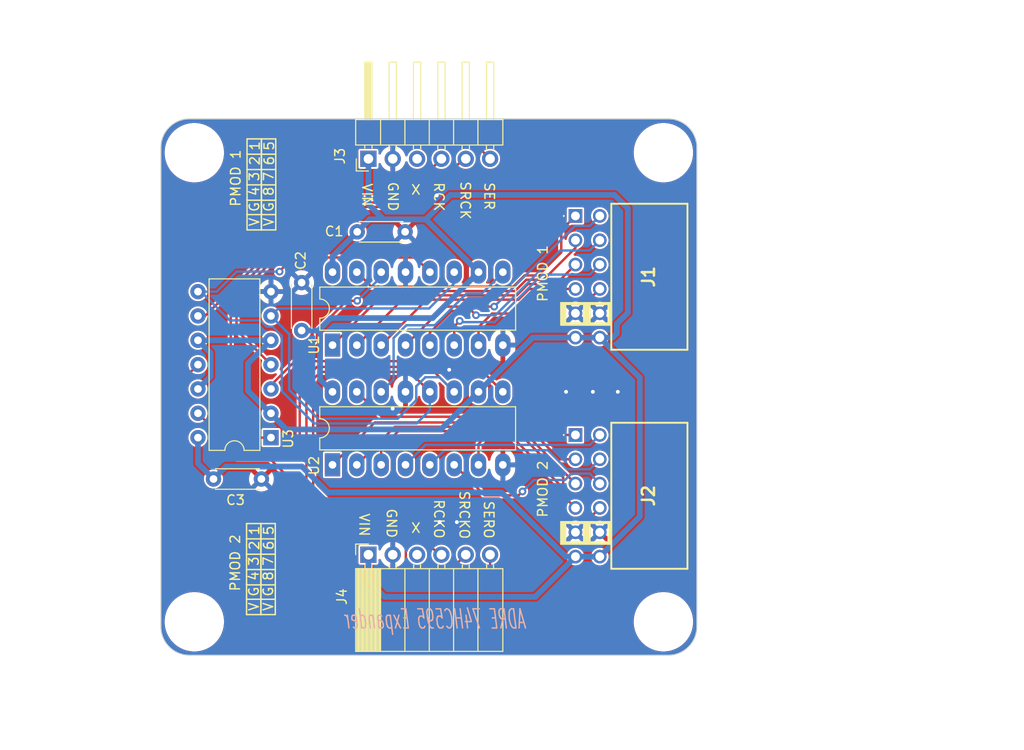
<source format=kicad_pcb>
(kicad_pcb (version 20240108) (generator "pcbnew") (generator_version "8.0")
  (layers (0 "F.Cu" signal) (31 "B.Cu" signal) (34 "B.Paste" user) (35 "F.Paste" user) (36 "B.SilkS" user "B.Silkscreen") (37 "F.SilkS" user "F.Silkscreen") (38 "B.Mask" user) (39 "F.Mask" user) (44 "Edge.Cuts" user))
  (net 0 "")
  (net 1 "/QG")
  (net 2 "/QF")
  (net 3 "/QD")
  (net 4 "/QA")
  (net 5 "/QH")
  (net 6 "/QC")
  (net 7 "/QB")
  (net 8 "VDD")
  (net 9 "/QE")
  (net 10 "GND")
  (net 11 "/QB`")
  (net 12 "/QA`")
  (net 13 "/QH`")
  (net 14 "/QD`")
  (net 15 "/QG`")
  (net 16 "/QF`")
  (net 17 "Net-(U1-QH')")
  (net 18 "/QC`")
  (net 19 "/QE`")
  (net 20 "/SER")
  (net 21 "/SRCLK")
  (net 22 "/RCLK")
  (net 23 "/SERO")
  (net 24 "/SRCLKO")
  (net 25 "/RCLKO")
  (net 26 "Net-(U1-SER)")
  (net 27 "/SER`")
  (footprint "Capacitor_THT:C_Disc_D4.3mm_W1.9mm_P5.00mm" (layer "F.Cu") (at 120.3 61.3)
    (property "Reference" "C1" (at -2.4 -0.05 0) (layer "F.SilkS"))
    (property "Value" "CP")
    (pad "1" thru_hole circle (at 0 0) (size 1.6 1.6) (drill 0.8) (layers "*.Cu" "*.Mask") (net 8 "VDD"))
    (pad "2" thru_hole circle (at 5 0) (size 1.6 1.6) (drill 0.8) (layers "*.Cu" "*.Mask") (net 10 "GND"))
  )
  (footprint "RPi_Hat:RPi_Hat_Mounting_Hole" (layer "F.Cu") (at 103.3 53.04 180)
    (property "Reference" "" (hide yes))
    (property "Value" "" (hide yes))
    (pad "" np_thru_hole circle (at 0 0 180) (size 2.75 2.75) (drill 2.75) (layers "F&B.Cu" "*.Mask") (clearance 1.725))
  )
  (footprint "Package_DIP:DIP-16_W7.62mm_LongPads" (layer "F.Cu") (at 117.725 73.125 90)
    (property "Reference" "U1" (at 0.025 -1.925 90) (layer "F.SilkS"))
    (property "Value" "74HC595" (hide yes))
    (pad "1" thru_hole rect (at 0 0 90) (size 2.4 1.6) (drill 0.8) (layers "*.Cu" "*.Mask") (net 7 "/QB"))
    (pad "2" thru_hole oval (at 0 2.54 90) (size 2.4 1.6) (drill 0.8) (layers "*.Cu" "*.Mask") (net 6 "/QC"))
    (pad "3" thru_hole oval (at 0 5.08 90) (size 2.4 1.6) (drill 0.8) (layers "*.Cu" "*.Mask") (net 3 "/QD"))
    (pad "4" thru_hole oval (at 0 7.62 90) (size 2.4 1.6) (drill 0.8) (layers "*.Cu" "*.Mask") (net 9 "/QE"))
    (pad "5" thru_hole oval (at 0 10.16 90) (size 2.4 1.6) (drill 0.8) (layers "*.Cu" "*.Mask") (net 2 "/QF"))
    (pad "6" thru_hole oval (at 0 12.7 90) (size 2.4 1.6) (drill 0.8) (layers "*.Cu" "*.Mask") (net 1 "/QG"))
    (pad "7" thru_hole oval (at 0 15.24 90) (size 2.4 1.6) (drill 0.8) (layers "*.Cu" "*.Mask") (net 5 "/QH"))
    (pad "8" thru_hole oval (at 0 17.78 90) (size 2.4 1.6) (drill 0.8) (layers "*.Cu" "*.Mask") (net 10 "GND"))
    (pad "9" thru_hole oval (at 7.62 17.78 90) (size 2.4 1.6) (drill 0.8) (layers "*.Cu" "*.Mask") (net 17 "Net-(U1-QH')"))
    (pad "10" thru_hole oval (at 7.62 15.24 90) (size 2.4 1.6) (drill 0.8) (layers "*.Cu" "*.Mask") (net 8 "VDD"))
    (pad "11" thru_hole oval (at 7.62 12.7 90) (size 2.4 1.6) (drill 0.8) (layers "*.Cu" "*.Mask") (net 24 "/SRCLKO"))
    (pad "12" thru_hole oval (at 7.62 10.16 90) (size 2.4 1.6) (drill 0.8) (layers "*.Cu" "*.Mask") (net 25 "/RCLKO"))
    (pad "13" thru_hole oval (at 7.62 7.62 90) (size 2.4 1.6) (drill 0.8) (layers "*.Cu" "*.Mask") (net 10 "GND"))
    (pad "14" thru_hole oval (at 7.62 5.08 90) (size 2.4 1.6) (drill 0.8) (layers "*.Cu" "*.Mask") (net 26 "Net-(U1-SER)"))
    (pad "15" thru_hole oval (at 7.62 2.54 90) (size 2.4 1.6) (drill 0.8) (layers "*.Cu" "*.Mask") (net 4 "/QA"))
    (pad "16" thru_hole oval (at 7.62 0 90) (size 2.4 1.6) (drill 0.8) (layers "*.Cu" "*.Mask") (net 8 "VDD"))
  )
  (footprint "Package_DIP:DIP-14_W7.62mm" (layer "F.Cu") (at 111.3 82.78 180)
    (property "Reference" "U3" (at -1.8 -0.12 90) (layer "F.SilkS"))
    (property "Value" "7408")
    (pad "1" thru_hole rect (at 0 0 180) (size 1.6 1.6) (drill 0.8) (layers "*.Cu" "*.Mask") (net 20 "/SER"))
    (pad "2" thru_hole oval (at 0 2.54 180) (size 1.6 1.6) (drill 0.8) (layers "*.Cu" "*.Mask") (net 8 "VDD"))
    (pad "3" thru_hole oval (at 0 5.08 180) (size 1.6 1.6) (drill 0.8) (layers "*.Cu" "*.Mask") (net 26 "Net-(U1-SER)"))
    (pad "4" thru_hole oval (at 0 7.62 180) (size 1.6 1.6) (drill 0.8) (layers "*.Cu" "*.Mask") (net 21 "/SRCLK"))
    (pad "5" thru_hole oval (at 0 10.16 180) (size 1.6 1.6) (drill 0.8) (layers "*.Cu" "*.Mask") (net 8 "VDD"))
    (pad "6" thru_hole oval (at 0 12.7 180) (size 1.6 1.6) (drill 0.8) (layers "*.Cu" "*.Mask") (net 24 "/SRCLKO"))
    (pad "7" thru_hole oval (at 0 15.24 180) (size 1.6 1.6) (drill 0.8) (layers "*.Cu" "*.Mask") (net 10 "GND"))
    (pad "8" thru_hole oval (at 7.62 15.24 180) (size 1.6 1.6) (drill 0.8) (layers "*.Cu" "*.Mask") (net 25 "/RCLKO"))
    (pad "9" thru_hole oval (at 7.62 12.7 180) (size 1.6 1.6) (drill 0.8) (layers "*.Cu" "*.Mask") (net 22 "/RCLK"))
    (pad "10" thru_hole oval (at 7.62 10.16 180) (size 1.6 1.6) (drill 0.8) (layers "*.Cu" "*.Mask") (net 8 "VDD"))
    (pad "11" thru_hole oval (at 7.62 7.62 180) (size 1.6 1.6) (drill 0.8) (layers "*.Cu" "*.Mask") (net 23 "/SERO"))
    (pad "12" thru_hole oval (at 7.62 5.08 180) (size 1.6 1.6) (drill 0.8) (layers "*.Cu" "*.Mask") (net 8 "VDD"))
    (pad "13" thru_hole oval (at 7.62 2.54 180) (size 1.6 1.6) (drill 0.8) (layers "*.Cu" "*.Mask") (net 27 "/SER`"))
    (pad "14" thru_hole oval (at 7.62 0 180) (size 1.6 1.6) (drill 0.8) (layers "*.Cu" "*.Mask") (net 8 "VDD"))
  )
  (footprint "Connector_PinSocket_2.54mm:PinSocket_1x06_P2.54mm_Horizontal" (layer "F.Cu") (at 121.47 95 90)
    (property "Reference" "J4" (at -4.38 -2.77 90) (layer "F.SilkS"))
    (property "Value" "Conn_01x06_Socket")
    (pad "1" thru_hole rect (at 0 0 90) (size 1.7 1.7) (drill 1) (layers "*.Cu" "*.Mask") (net 8 "VDD"))
    (pad "2" thru_hole oval (at 0 2.54 90) (size 1.7 1.7) (drill 1) (layers "*.Cu" "*.Mask") (net 10 "GND"))
    (pad "3" thru_hole oval (at 0 5.08 90) (size 1.7 1.7) (drill 1) (layers "*.Cu" "*.Mask"))
    (pad "4" thru_hole oval (at 0 7.62 90) (size 1.7 1.7) (drill 1) (layers "*.Cu" "*.Mask") (net 25 "/RCLKO"))
    (pad "5" thru_hole oval (at 0 10.16 90) (size 1.7 1.7) (drill 1) (layers "*.Cu" "*.Mask") (net 24 "/SRCLKO"))
    (pad "6" thru_hole oval (at 0 12.7 90) (size 1.7 1.7) (drill 1) (layers "*.Cu" "*.Mask") (net 23 "/SERO"))
  )
  (footprint "Capacitor_THT:C_Disc_D4.3mm_W1.9mm_P5.00mm" (layer "F.Cu") (at 105.3 87.1)
    (property "Reference" "C3" (at 2.3 2.2 0) (layer "F.SilkS"))
    (property "Value" "CP")
    (pad "1" thru_hole circle (at 0 0) (size 1.6 1.6) (drill 0.8) (layers "*.Cu" "*.Mask") (net 8 "VDD"))
    (pad "2" thru_hole circle (at 5 0) (size 1.6 1.6) (drill 0.8) (layers "*.Cu" "*.Mask") (net 10 "GND"))
  )
  (footprint "RPi_Hat:RPi_Hat_Mounting_Hole" (layer "F.Cu") (at 152.26 53.04 180)
    (property "Reference" "" (hide yes))
    (property "Value" "" (hide yes))
    (pad "" np_thru_hole circle (at 0 0 180) (size 2.75 2.75) (drill 2.75) (layers "F&B.Cu" "*.Mask") (clearance 1.725))
  )
  (footprint "Capacitor_THT:C_Disc_D4.3mm_W1.9mm_P5.00mm" (layer "F.Cu") (at 114.5 71.6 90)
    (property "Reference" "C2" (at 7.3 -0.1 90) (layer "F.SilkS"))
    (property "Value" "CP")
    (pad "1" thru_hole circle (at 0 0 90) (size 1.6 1.6) (drill 0.8) (layers "*.Cu" "*.Mask") (net 8 "VDD"))
    (pad "2" thru_hole circle (at 5 0 90) (size 1.6 1.6) (drill 0.8) (layers "*.Cu" "*.Mask") (net 10 "GND"))
  )
  (footprint "Connector_PinHeader_2.54mm:PinHeader_1x06_P2.54mm_Horizontal" (layer "F.Cu") (at 121.47 53.68 90)
    (property "Reference" "J3" (at 0.28 -2.97 90) (layer "F.SilkS"))
    (property "Value" "Pmod_in")
    (pad "1" thru_hole rect (at 0 0 90) (size 1.7 1.7) (drill 1) (layers "*.Cu" "*.Mask") (net 8 "VDD"))
    (pad "2" thru_hole oval (at 0 2.54 90) (size 1.7 1.7) (drill 1) (layers "*.Cu" "*.Mask") (net 10 "GND"))
    (pad "3" thru_hole oval (at 0 5.08 90) (size 1.7 1.7) (drill 1) (layers "*.Cu" "*.Mask"))
    (pad "4" thru_hole oval (at 0 7.62 90) (size 1.7 1.7) (drill 1) (layers "*.Cu" "*.Mask") (net 22 "/RCLK"))
    (pad "5" thru_hole oval (at 0 10.16 90) (size 1.7 1.7) (drill 1) (layers "*.Cu" "*.Mask") (net 21 "/SRCLK"))
    (pad "6" thru_hole oval (at 0 12.7 90) (size 1.7 1.7) (drill 1) (layers "*.Cu" "*.Mask") (net 20 "/SER"))
  )
  (footprint "RPi_Hat:RPi_Hat_Mounting_Hole" (layer "F.Cu") (at 152.26 102 180)
    (property "Reference" "" (hide yes))
    (property "Value" "" (hide yes))
    (pad "" np_thru_hole circle (at 0 0 180) (size 2.75 2.75) (drill 2.75) (layers "F&B.Cu" "*.Mask") (clearance 1.725))
  )
  (footprint "Connector_PinHeader_2.54mm:pmod-f" (layer "F.Cu") (at 151.58 82.5 -90)
    (property "Reference" "J2" (at 6.35 0.88 90) (layer "F.SilkS") (effects (font (size 1.27 1.27) (thickness 0.254))))
    (property "Value" "10129382-912001BLF" (hide yes))
    (pad "1" thru_hole rect (at 0 8.5 270) (size 1.431 1.431) (drill 0.92) (layers "*.Cu" "*.Mask") (net 12 "/QA`"))
    (pad "2" thru_hole circle (at 2.54 8.5 270) (size 1.431 1.431) (drill 0.92) (layers "*.Cu" "*.Mask") (net 11 "/QB`"))
    (pad "3" thru_hole circle (at 5.08 8.5 270) (size 1.431 1.431) (drill 0.92) (layers "*.Cu" "*.Mask") (net 18 "/QC`"))
    (pad "4" thru_hole circle (at 7.62 8.5 270) (size 1.431 1.431) (drill 0.92) (layers "*.Cu" "*.Mask") (net 14 "/QD`"))
    (pad "5" thru_hole circle (at 10.16 8.5 270) (size 1.431 1.431) (drill 0.92) (layers "*.Cu" "*.Mask") (net 10 "GND"))
    (pad "6" thru_hole circle (at 12.7 8.5 270) (size 1.431 1.431) (drill 0.92) (layers "*.Cu" "*.Mask") (net 8 "VDD"))
    (pad "7" thru_hole circle (at 0 5.96 270) (size 1.431 1.431) (drill 0.92) (layers "*.Cu" "*.Mask") (net 19 "/QE`"))
    (pad "8" thru_hole circle (at 2.54 5.96 270) (size 1.431 1.431) (drill 0.92) (layers "*.Cu" "*.Mask") (net 16 "/QF`"))
    (pad "9" thru_hole circle (at 5.08 5.96 270) (size 1.431 1.431) (drill 0.92) (layers "*.Cu" "*.Mask") (net 15 "/QG`"))
    (pad "10" thru_hole circle (at 7.62 5.96 270) (size 1.431 1.431) (drill 0.92) (layers "*.Cu" "*.Mask") (net 13 "/QH`"))
    (pad "11" thru_hole circle (at 10.16 5.96 270) (size 1.431 1.431) (drill 0.92) (layers "*.Cu" "*.Mask") (net 10 "GND"))
    (pad "12" thru_hole circle (at 12.7 5.96 270) (size 1.431 1.431) (drill 0.92) (layers "*.Cu" "*.Mask") (net 8 "VDD"))
  )
  (footprint "Package_DIP:DIP-16_W7.62mm_LongPads" (layer "F.Cu") (at 117.72 85.62 90)
    (property "Reference" "U2" (at -0.08 -1.92 90) (layer "F.SilkS"))
    (property "Value" "74HC595")
    (pad "1" thru_hole rect (at 0 0 90) (size 2.4 1.6) (drill 0.8) (layers "*.Cu" "*.Mask") (net 11 "/QB`"))
    (pad "2" thru_hole oval (at 0 2.54 90) (size 2.4 1.6) (drill 0.8) (layers "*.Cu" "*.Mask") (net 18 "/QC`"))
    (pad "3" thru_hole oval (at 0 5.08 90) (size 2.4 1.6) (drill 0.8) (layers "*.Cu" "*.Mask") (net 14 "/QD`"))
    (pad "4" thru_hole oval (at 0 7.62 90) (size 2.4 1.6) (drill 0.8) (layers "*.Cu" "*.Mask") (net 19 "/QE`"))
    (pad "5" thru_hole oval (at 0 10.16 90) (size 2.4 1.6) (drill 0.8) (layers "*.Cu" "*.Mask") (net 16 "/QF`"))
    (pad "6" thru_hole oval (at 0 12.7 90) (size 2.4 1.6) (drill 0.8) (layers "*.Cu" "*.Mask") (net 15 "/QG`"))
    (pad "7" thru_hole oval (at 0 15.24 90) (size 2.4 1.6) (drill 0.8) (layers "*.Cu" "*.Mask") (net 13 "/QH`"))
    (pad "8" thru_hole oval (at 0 17.78 90) (size 2.4 1.6) (drill 0.8) (layers "*.Cu" "*.Mask") (net 10 "GND"))
    (pad "9" thru_hole oval (at 7.62 17.78 90) (size 2.4 1.6) (drill 0.8) (layers "*.Cu" "*.Mask") (net 27 "/SER`"))
    (pad "10" thru_hole oval (at 7.62 15.24 90) (size 2.4 1.6) (drill 0.8) (layers "*.Cu" "*.Mask") (net 8 "VDD"))
    (pad "11" thru_hole oval (at 7.62 12.7 90) (size 2.4 1.6) (drill 0.8) (layers "*.Cu" "*.Mask") (net 24 "/SRCLKO"))
    (pad "12" thru_hole oval (at 7.62 10.16 90) (size 2.4 1.6) (drill 0.8) (layers "*.Cu" "*.Mask") (net 25 "/RCLKO"))
    (pad "13" thru_hole oval (at 7.62 7.62 90) (size 2.4 1.6) (drill 0.8) (layers "*.Cu" "*.Mask") (net 10 "GND"))
    (pad "14" thru_hole oval (at 7.62 5.08 90) (size 2.4 1.6) (drill 0.8) (layers "*.Cu" "*.Mask") (net 17 "Net-(U1-QH')"))
    (pad "15" thru_hole oval (at 7.62 2.54 90) (size 2.4 1.6) (drill 0.8) (layers "*.Cu" "*.Mask") (net 12 "/QA`"))
    (pad "16" thru_hole oval (at 7.62 0 90) (size 2.4 1.6) (drill 0.8) (layers "*.Cu" "*.Mask") (net 8 "VDD"))
  )
  (footprint "RPi_Hat:RPi_Hat_Mounting_Hole" (layer "F.Cu") (at 103.3 102 180)
    (property "Reference" "" (hide yes))
    (property "Value" "" (hide yes))
    (pad "" np_thru_hole circle (at 0 0 180) (size 2.75 2.75) (drill 2.75) (layers "F&B.Cu" "*.Mask") (clearance 1.725))
  )
  (footprint "Connector_PinHeader_2.54mm:pmod-f" (layer "F.Cu") (at 151.58 59.64 -90)
    (property "Reference" "J1" (at 6.35 0.88 90) (layer "F.SilkS") (effects (font (size 1.27 1.27) (thickness 0.254))))
    (property "Value" "10129382-912001BLF" (hide yes))
    (pad "1" thru_hole rect (at 0 8.5 270) (size 1.431 1.431) (drill 0.92) (layers "*.Cu" "*.Mask") (net 4 "/QA"))
    (pad "2" thru_hole circle (at 2.54 8.5 270) (size 1.431 1.431) (drill 0.92) (layers "*.Cu" "*.Mask") (net 7 "/QB"))
    (pad "3" thru_hole circle (at 5.08 8.5 270) (size 1.431 1.431) (drill 0.92) (layers "*.Cu" "*.Mask") (net 6 "/QC"))
    (pad "4" thru_hole circle (at 7.62 8.5 270) (size 1.431 1.431) (drill 0.92) (layers "*.Cu" "*.Mask") (net 3 "/QD"))
    (pad "5" thru_hole circle (at 10.16 8.5 270) (size 1.431 1.431) (drill 0.92) (layers "*.Cu" "*.Mask") (net 10 "GND"))
    (pad "6" thru_hole circle (at 12.7 8.5 270) (size 1.431 1.431) (drill 0.92) (layers "*.Cu" "*.Mask") (net 8 "VDD"))
    (pad "7" thru_hole circle (at 0 5.96 270) (size 1.431 1.431) (drill 0.92) (layers "*.Cu" "*.Mask") (net 9 "/QE"))
    (pad "8" thru_hole circle (at 2.54 5.96 270) (size 1.431 1.431) (drill 0.92) (layers "*.Cu" "*.Mask") (net 2 "/QF"))
    (pad "9" thru_hole circle (at 5.08 5.96 270) (size 1.431 1.431) (drill 0.92) (layers "*.Cu" "*.Mask") (net 1 "/QG"))
    (pad "10" thru_hole circle (at 7.62 5.96 270) (size 1.431 1.431) (drill 0.92) (layers "*.Cu" "*.Mask") (net 5 "/QH"))
    (pad "11" thru_hole circle (at 10.16 5.96 270) (size 1.431 1.431) (drill 0.92) (layers "*.Cu" "*.Mask") (net 10 "GND"))
    (pad "12" thru_hole circle (at 12.7 5.96 270) (size 1.431 1.431) (drill 0.92) (layers "*.Cu" "*.Mask") (net 8 "VDD"))
  )
  (gr_line (start 111.75 94.95) (end 111.75 93.35) (stroke (width 0.15)) (layer "F.SilkS"))
  (gr_line (start 111.8 61.1) (end 111.8 59.5) (stroke (width 0.15)) (layer "F.SilkS"))
  (gr_line (start 108.75 92.45) (end 108.75 93.35) (stroke (width 0.15)) (layer "F.SilkS"))
  (gr_line (start 110.3 58.6) (end 110.3 59.5) (stroke (width 0.15)) (layer "F.SilkS"))
  (gr_line (start 108.75 92.45) (end 108.75 91.75) (stroke (width 0.15)) (layer "F.SilkS"))
  (gr_line (start 111.8 53.2) (end 111.8 51.6) (stroke (width 0.15)) (layer "F.SilkS"))
  (gr_line (start 110.3 53.2) (end 111.8 53.2) (stroke (width 0.15)) (layer "F.SilkS"))
  (gr_line (start 110.3 58) (end 110.3 56.4) (stroke (width 0.15)) (layer "F.SilkS"))
  (gr_line (start 110.25 92.45) (end 110.25 93.35) (stroke (width 0.15)) (layer "F.SilkS"))
  (gr_line (start 110.3 56.4) (end 111.8 56.4) (stroke (width 0.15)) (layer "F.SilkS"))
  (gr_line (start 110.25 93.35) (end 110.25 91.75) (stroke (width 0.15)) (layer "F.SilkS"))
  (gr_line (start 108.8 61.1) (end 110.3 61.1) (stroke (width 0.15)) (layer "F.SilkS"))
  (gr_line (start 110.25 94.95) (end 111.75 94.95) (stroke (width 0.15)) (layer "F.SilkS"))
  (gr_line (start 108.75 100.35) (end 108.75 99.65) (stroke (width 0.15)) (layer "F.SilkS"))
  (gr_line (start 110.25 95.65) (end 110.25 94.95) (stroke (width 0.15)) (layer "F.SilkS"))
  (gr_line (start 110.3 59.5) (end 110.3 57.9) (stroke (width 0.15)) (layer "F.SilkS"))
  (gr_line (start 108.8 60.2) (end 108.8 59.5) (stroke (width 0.15)) (layer "F.SilkS"))
  (gr_line (start 110.3 53.2) (end 110.3 51.6) (stroke (width 0.15)) (layer "F.SilkS"))
  (gr_line (start 111.8 59.5) (end 111.8 57.9) (stroke (width 0.15)) (layer "F.SilkS"))
  (gr_line (start 110.3 54.8) (end 110.3 53.2) (stroke (width 0.15)) (layer "F.SilkS"))
  (gr_line (start 108.75 98.75) (end 108.75 98.05) (stroke (width 0.15)) (layer "F.SilkS"))
  (gr_line (start 108.75 97.25) (end 108.75 98.15) (stroke (width 0.15)) (layer "F.SilkS"))
  (gr_line (start 108.8 55.5) (end 108.8 56.4) (stroke (width 0.15)) (layer "F.SilkS"))
  (gr_line (start 110.3 52.3) (end 110.3 53.2) (stroke (width 0.15)) (layer "F.SilkS"))
  (gr_line (start 108.75 101.25) (end 110.25 101.25) (stroke (width 0.15)) (layer "F.SilkS"))
  (gr_line (start 110.25 94.05) (end 110.25 93.35) (stroke (width 0.15)) (layer "F.SilkS"))
  (gr_line (start 108.8 53.2) (end 110.3 53.2) (stroke (width 0.15)) (layer "F.SilkS"))
  (gr_line (start 110.25 98.15) (end 111.75 98.15) (stroke (width 0.15)) (layer "F.SilkS"))
  (gr_line (start 110.3 54.8) (end 111.8 54.8) (stroke (width 0.15)) (layer "F.SilkS"))
  (gr_line (start 111.8 54.8) (end 111.8 53.2) (stroke (width 0.15)) (layer "F.SilkS"))
  (gr_line (start 110.3 60.2) (end 110.3 61.1) (stroke (width 0.15)) (layer "F.SilkS"))
  (gr_line (start 110.3 55.5) (end 110.3 54.8) (stroke (width 0.15)) (layer "F.SilkS"))
  (gr_line (start 110.25 101.25) (end 111.75 101.25) (stroke (width 0.15)) (layer "F.SilkS"))
  (gr_line (start 110.3 55.5) (end 110.3 56.4) (stroke (width 0.15)) (layer "F.SilkS"))
  (gr_line (start 110.25 100.35) (end 110.25 99.65) (stroke (width 0.15)) (layer "F.SilkS"))
  (gr_line (start 108.75 97.25) (end 108.75 96.55) (stroke (width 0.15)) (layer "F.SilkS"))
  (gr_line (start 110.25 96.55) (end 110.25 94.95) (stroke (width 0.15)) (layer "F.SilkS"))
  (gr_line (start 110.25 98.75) (end 110.25 99.65) (stroke (width 0.15)) (layer "F.SilkS"))
  (gr_line (start 108.75 95.65) (end 108.75 96.55) (stroke (width 0.15)) (layer "F.SilkS"))
  (gr_line (start 110.3 57.1) (end 110.3 58) (stroke (width 0.15)) (layer "F.SilkS"))
  (gr_line (start 108.75 95.65) (end 108.75 94.95) (stroke (width 0.15)) (layer "F.SilkS"))
  (gr_line (start 108.8 57.1) (end 108.8 58) (stroke (width 0.15)) (layer "F.SilkS"))
  (gr_line (start 108.75 94.05) (end 108.75 94.95) (stroke (width 0.15)) (layer "F.SilkS"))
  (gr_line (start 108.8 58.6) (end 108.8 57.9) (stroke (width 0.15)) (layer "F.SilkS"))
  (gr_line (start 110.25 99.65) (end 110.25 98.05) (stroke (width 0.15)) (layer "F.SilkS"))
  (gr_line (start 110.25 95.65) (end 110.25 96.55) (stroke (width 0.15)) (layer "F.SilkS"))
  (gr_line (start 108.8 52.3) (end 108.8 53.2) (stroke (width 0.15)) (layer "F.SilkS"))
  (gr_line (start 108.75 93.35) (end 110.25 93.35) (stroke (width 0.15)) (layer "F.SilkS"))
  (gr_line (start 110.3 61.1) (end 111.8 61.1) (stroke (width 0.15)) (layer "F.SilkS"))
  (gr_line (start 110.25 98.15) (end 110.25 96.55) (stroke (width 0.15)) (layer "F.SilkS"))
  (gr_line (start 110.3 61.1) (end 110.3 59.5) (stroke (width 0.15)) (layer "F.SilkS"))
  (gr_line (start 110.3 53.9) (end 110.3 53.2) (stroke (width 0.15)) (layer "F.SilkS"))
  (gr_line (start 111.75 96.55) (end 111.75 94.95) (stroke (width 0.15)) (layer "F.SilkS"))
  (gr_line (start 110.25 96.55) (end 111.75 96.55) (stroke (width 0.15)) (layer "F.SilkS"))
  (gr_line (start 108.75 91.75) (end 110.25 91.75) (stroke (width 0.15)) (layer "F.SilkS"))
  (gr_line (start 111.75 98.15) (end 111.75 96.55) (stroke (width 0.15)) (layer "F.SilkS"))
  (gr_line (start 108.75 94.05) (end 108.75 93.35) (stroke (width 0.15)) (layer "F.SilkS"))
  (gr_line (start 111.75 93.35) (end 111.75 91.75) (stroke (width 0.15)) (layer "F.SilkS"))
  (gr_line (start 108.8 57.1) (end 108.8 56.4) (stroke (width 0.15)) (layer "F.SilkS"))
  (gr_line (start 108.8 53.9) (end 108.8 54.8) (stroke (width 0.15)) (layer "F.SilkS"))
  (gr_line (start 110.25 94.05) (end 110.25 94.95) (stroke (width 0.15)) (layer "F.SilkS"))
  (gr_line (start 110.25 101.25) (end 110.25 99.65) (stroke (width 0.15)) (layer "F.SilkS"))
  (gr_line (start 108.8 54.8) (end 110.3 54.8) (stroke (width 0.15)) (layer "F.SilkS"))
  (gr_line (start 111.75 101.25) (end 111.75 99.65) (stroke (width 0.15)) (layer "F.SilkS"))
  (gr_line (start 110.3 57.1) (end 110.3 56.4) (stroke (width 0.15)) (layer "F.SilkS"))
  (gr_line (start 111.8 58) (end 111.8 56.4) (stroke (width 0.15)) (layer "F.SilkS"))
  (gr_line (start 108.75 99.65) (end 110.25 99.65) (stroke (width 0.15)) (layer "F.SilkS"))
  (gr_line (start 108.8 52.3) (end 108.8 51.6) (stroke (width 0.15)) (layer "F.SilkS"))
  (gr_line (start 108.75 98.15) (end 110.25 98.15) (stroke (width 0.15)) (layer "F.SilkS"))
  (gr_line (start 110.25 94.95) (end 110.25 93.35) (stroke (width 0.15)) (layer "F.SilkS"))
  (gr_line (start 110.3 59.5) (end 111.8 59.5) (stroke (width 0.15)) (layer "F.SilkS"))
  (gr_line (start 110.25 97.25) (end 110.25 98.15) (stroke (width 0.15)) (layer "F.SilkS"))
  (gr_line (start 108.75 100.35) (end 108.75 101.25) (stroke (width 0.15)) (layer "F.SilkS"))
  (gr_line (start 108.75 94.95) (end 110.25 94.95) (stroke (width 0.15)) (layer "F.SilkS"))
  (gr_line (start 110.25 93.35) (end 111.75 93.35) (stroke (width 0.15)) (layer "F.SilkS"))
  (gr_line (start 108.8 58) (end 110.3 58) (stroke (width 0.15)) (layer "F.SilkS"))
  (gr_line (start 108.8 60.2) (end 108.8 61.1) (stroke (width 0.15)) (layer "F.SilkS"))
  (gr_line (start 110.3 58) (end 111.8 58) (stroke (width 0.15)) (layer "F.SilkS"))
  (gr_line (start 110.3 58.6) (end 110.3 57.9) (stroke (width 0.15)) (layer "F.SilkS"))
  (gr_line (start 110.3 56.4) (end 110.3 54.8) (stroke (width 0.15)) (layer "F.SilkS"))
  (gr_line (start 110.3 51.6) (end 111.8 51.6) (stroke (width 0.15)) (layer "F.SilkS"))
  (gr_line (start 110.25 97.25) (end 110.25 96.55) (stroke (width 0.15)) (layer "F.SilkS"))
  (gr_line (start 108.75 98.75) (end 108.75 99.65) (stroke (width 0.15)) (layer "F.SilkS"))
  (gr_line (start 108.75 96.55) (end 110.25 96.55) (stroke (width 0.15)) (layer "F.SilkS"))
  (gr_line (start 110.25 92.45) (end 110.25 91.75) (stroke (width 0.15)) (layer "F.SilkS"))
  (gr_line (start 108.8 55.5) (end 108.8 54.8) (stroke (width 0.15)) (layer "F.SilkS"))
  (gr_line (start 108.8 51.6) (end 110.3 51.6) (stroke (width 0.15)) (layer "F.SilkS"))
  (gr_line (start 108.8 59.5) (end 110.3 59.5) (stroke (width 0.15)) (layer "F.SilkS"))
  (gr_line (start 110.25 99.65) (end 111.75 99.65) (stroke (width 0.15)) (layer "F.SilkS"))
  (gr_line (start 110.25 91.75) (end 111.75 91.75) (stroke (width 0.15)) (layer "F.SilkS"))
  (gr_line (start 108.8 56.4) (end 110.3 56.4) (stroke (width 0.15)) (layer "F.SilkS"))
  (gr_line (start 110.3 53.9) (end 110.3 54.8) (stroke (width 0.15)) (layer "F.SilkS"))
  (gr_line (start 110.25 98.75) (end 110.25 98.05) (stroke (width 0.15)) (layer "F.SilkS"))
  (gr_line (start 108.8 58.6) (end 108.8 59.5) (stroke (width 0.15)) (layer "F.SilkS"))
  (gr_line (start 110.3 52.3) (end 110.3 51.6) (stroke (width 0.15)) (layer "F.SilkS"))
  (gr_line (start 108.8 53.9) (end 108.8 53.2) (stroke (width 0.15)) (layer "F.SilkS"))
  (gr_line (start 111.8 56.4) (end 111.8 54.8) (stroke (width 0.15)) (layer "F.SilkS"))
  (gr_line (start 111.75 99.65) (end 111.75 98.05) (stroke (width 0.15)) (layer "F.SilkS"))
  (gr_line (start 110.3 60.2) (end 110.3 59.5) (stroke (width 0.15)) (layer "F.SilkS"))
  (gr_line (start 110.25 100.35) (end 110.25 101.25) (stroke (width 0.15)) (layer "F.SilkS"))
  (gr_arc (start 102.8 105.5) (mid 100.67868 104.62132) (end 99.8 102.5) (stroke (width 0.1)) (layer "Edge.Cuts"))
  (gr_arc (start 155.76 102.5) (mid 154.88132 104.62132) (end 152.76 105.5) (stroke (width 0.1)) (layer "Edge.Cuts"))
  (gr_line (start 99.8 52.5) (end 99.8 86.5) (stroke (width 0.1)) (layer "Edge.Cuts"))
  (gr_arc (start 152.76 49.5) (mid 154.88132 50.37868) (end 155.76 52.5) (stroke (width 0.1)) (layer "Edge.Cuts"))
  (gr_line (start 102.8 105.5) (end 152.76 105.5) (stroke (width 0.1)) (layer "Edge.Cuts"))
  (gr_line (start 152.76 49.5) (end 102.8 49.5) (stroke (width 0.1)) (layer "Edge.Cuts"))
  (gr_line (start 99.8 86.5) (end 99.8 102.5) (stroke (width 0.1)) (layer "Edge.Cuts"))
  (gr_arc (start 99.8 52.5) (mid 100.67868 50.37868) (end 102.8 49.5) (stroke (width 0.1)) (layer "Edge.Cuts"))
  (gr_line (start 155.76 102.5) (end 155.76 52.5) (stroke (width 0.1)) (layer "Edge.Cuts"))
  (gr_text "ADRE 74HC595 Expander" (at 138.05 102.9 0) (layer "B.SilkS") (effects (font (size 2 1) (thickness 0.15) (italic yes)) (justify left bottom mirror)))
  (gr_text "VIN" (at 120.75 56.15 -90) (layer "F.SilkS") (effects (font (size 1 1)) (justify left bottom)))
  (gr_text "SRCKO" (at 130.9 88.25 270) (layer "F.SilkS") (effects (font (size 1 1)) (justify left bottom)))
  (gr_text "3" (at 110.1 96.25 90) (layer "F.SilkS") (effects (font (size 1 1)) (justify left bottom)))
  (gr_text "4" (at 110.15 57.65 90) (layer "F.SilkS") (effects (font (size 1 1)) (justify left bottom)))
  (gr_text "V" (at 111.6 100.95 90) (layer "F.SilkS") (effects (font (size 1 1)) (justify left bottom)))
  (gr_text "SER" (at 133.5 56.05 -90) (layer "F.SilkS") (effects (font (size 1 1)) (justify left bottom)))
  (gr_text "8" (at 111.6 97.8 90) (layer "F.SilkS") (effects (font (size 1 1)) (justify left bottom)))
  (gr_text "VIN" (at 120.45 90.6 -90) (layer "F.SilkS") (effects (font (size 1 1)) (justify left bottom)))
  (gr_text "V" (at 110.1 100.95 90) (layer "F.SilkS") (effects (font (size 1 1)) (justify left bottom)))
  (gr_text "PMOD 2" (at 140.25 91.2 90) (layer "F.SilkS") (effects (font (size 1 1)) (justify left bottom)))
  (gr_text "G" (at 111.6 99.45 90) (layer "F.SilkS") (effects (font (size 1 1)) (justify left bottom)))
  (gr_text "8" (at 111.65 57.65 90) (layer "F.SilkS") (effects (font (size 1 1)) (justify left bottom)))
  (gr_text "6" (at 111.65 94.6 90) (layer "F.SilkS") (effects (font (size 1 1)) (justify left bottom)))
  (gr_text "4" (at 110.1 97.8 90) (layer "F.SilkS") (effects (font (size 1 1)) (justify left bottom)))
  (gr_text "3" (at 110.15 56.1 90) (layer "F.SilkS") (effects (font (size 1 1)) (justify left bottom)))
  (gr_text "X" (at 125.85 92.8 0) (layer "F.SilkS") (effects (font (size 1 1)) (justify left bottom)))
  (gr_text "V" (at 111.65 60.8 90) (layer "F.SilkS") (effects (font (size 1 1)) (justify left bottom)))
  (gr_text "2" (at 110.2 54.45 90) (layer "F.SilkS") (effects (font (size 1 1)) (justify left bottom)))
  (gr_text "PMOD 2" (at 108.15 98.9 90) (layer "F.SilkS") (effects (font (size 1 1)) (justify left bottom)))
  (gr_text "X" (at 125.85 57.5 0) (layer "F.SilkS") (effects (font (size 1 1)) (justify left bottom)))
  (gr_text "2" (at 110.15 94.6 90) (layer "F.SilkS") (effects (font (size 1 1)) (justify left bottom)))
  (gr_text "G" (at 111.65 59.3 90) (layer "F.SilkS") (effects (font (size 1 1)) (justify left bottom)))
  (gr_text "SERO" (at 133.45 89.3 270) (layer "F.SilkS") (effects (font (size 1 1)) (justify left bottom)))
  (gr_text "RCKO" (at 128.25 89.15 270) (layer "F.SilkS") (effects (font (size 1 1)) (justify left bottom)))
  (gr_text "1" (at 110.15 93.05 90) (layer "F.SilkS") (effects (font (size 1 1)) (justify left bottom)))
  (gr_text "7" (at 111.6 96.25 90) (layer "F.SilkS") (effects (font (size 1 1)) (justify left bottom)))
  (gr_text "SRCK" (at 131 55.95 270) (layer "F.SilkS") (effects (font (size 1 1)) (justify left bottom)))
  (gr_text "7" (at 111.65 56.1 90) (layer "F.SilkS") (effects (font (size 1 1)) (justify left bottom)))
  (gr_text "GND" (at 123.3 90.1 -90) (layer "F.SilkS") (effects (font (size 1 1)) (justify left bottom)))
  (gr_text "6" (at 111.7 54.45 90) (layer "F.SilkS") (effects (font (size 1 1)) (justify left bottom)))
  (gr_text "RCK" (at 128.25 56.05 270) (layer "F.SilkS") (effects (font (size 1 1)) (justify left bottom)))
  (gr_text "5" (at 111.7 52.9 90) (layer "F.SilkS") (effects (font (size 1 1)) (justify left bottom)))
  (gr_text "5" (at 111.65 93.05 90) (layer "F.SilkS") (effects (font (size 1 1)) (justify left bottom)))
  (gr_text "GND" (at 123.45 56 -90) (layer "F.SilkS") (effects (font (size 1 1)) (justify left bottom)))
  (gr_text "1" (at 110.2 52.9 90) (layer "F.SilkS") (effects (font (size 1 1)) (justify left bottom)))
  (gr_text "G" (at 110.15 59.3 90) (layer "F.SilkS") (effects (font (size 1 1)) (justify left bottom)))
  (gr_text "V" (at 110.15 60.8 90) (layer "F.SilkS") (effects (font (size 1 1)) (justify left bottom)))
  (gr_text "PMOD 1" (at 140.25 68.7 90) (layer "F.SilkS") (effects (font (size 1 1)) (justify left bottom)))
  (gr_text "G" (at 110.1 99.45 90) (layer "F.SilkS") (effects (font (size 1 1)) (justify left bottom)))
  (gr_text "PMOD 1" (at 108.2 58.75 90) (layer "F.SilkS") (effects (font (size 1 1)) (justify left bottom)))
  (segment (start 130.425 73.125) (end 130.425 71.175) (width 0.25) (layer "F.Cu") (net 1))
  (segment (start 130.425 71.175) (end 131 70.6) (width 0.25) (layer "F.Cu") (net 1))
  (via (at 131 70.6) (size 0.8) (drill 0.4) (layers "F.Cu" "B.Cu") (net 1))
  (segment (start 131 70.6) (end 131.125 70.725) (width 0.25) (layer "B.Cu") (net 1))
  (segment (start 134.641701 70.725) (end 139.606201 65.7605) (width 0.25) (layer "B.Cu") (net 1))
  (segment (start 131.125 70.725) (end 134.641701 70.725) (width 0.25) (layer "B.Cu") (net 1))
  (segment (start 139.606201 65.7605) (end 144.5795 65.7605) (width 0.25) (layer "B.Cu") (net 1))
  (segment (start 144.5795 65.7605) (end 145.62 64.72) (width 0.25) (layer "B.Cu") (net 1))
  (segment (start 127.885 71.815) (end 130.145 69.555) (width 0.25) (layer "F.Cu") (net 2))
  (segment (start 127.885 73.125) (end 127.885 71.815) (width 0.25) (layer "F.Cu") (net 2))
  (segment (start 130.145 69.555) (end 132.255 69.555) (width 0.25) (layer "F.Cu") (net 2))
  (segment (start 132.255 69.555) (end 132.7 70) (width 0.25) (layer "F.Cu") (net 2))
  (via (at 132.7 70) (size 0.8) (drill 0.4) (layers "F.Cu" "B.Cu") (net 2))
  (segment (start 134.730305 70) (end 141.480305 63.25) (width 0.25) (layer "B.Cu") (net 2))
  (segment (start 132.7 70) (end 134.730305 70) (width 0.25) (layer "B.Cu") (net 2))
  (segment (start 141.480305 63.25) (end 144.55 63.25) (width 0.25) (layer "B.Cu") (net 2))
  (segment (start 144.55 63.25) (end 145.62 62.18) (width 0.25) (layer "B.Cu") (net 2))
  (segment (start 137.140923 68.38) (end 138.260923 67.26) (width 0.25) (layer "F.Cu") (net 3))
  (segment (start 122.805 73.125) (end 127.55 68.38) (width 0.25) (layer "F.Cu") (net 3))
  (segment (start 127.55 68.38) (end 137.140923 68.38) (width 0.25) (layer "F.Cu") (net 3))
  (segment (start 143.08 67.26) (end 143.08 66.73) (width 0.25) (layer "F.Cu") (net 3))
  (segment (start 138.260923 67.26) (end 143.08 67.26) (width 0.25) (layer "F.Cu") (net 3))
  (segment (start 141.6 61.12) (end 143.08 59.64) (width 0.25) (layer "F.Cu") (net 4))
  (segment (start 139.2 65.85) (end 141.6 63.45) (width 0.25) (layer "F.Cu") (net 4))
  (segment (start 141.6 63.45) (end 141.6 61.12) (width 0.25) (layer "F.Cu") (net 4))
  (segment (start 120.265 65.505) (end 121.79 67.03) (width 0.25) (layer "F.Cu") (net 4))
  (segment (start 121.79 67.03) (end 136.581735 67.03) (width 0.25) (layer "F.Cu") (net 4))
  (segment (start 137.761735 65.85) (end 139.2 65.85) (width 0.25) (layer "F.Cu") (net 4))
  (segment (start 136.581735 67.03) (end 137.761735 65.85) (width 0.25) (layer "F.Cu") (net 4))
  (segment (start 132.965 73.125) (end 132.965 71.235) (width 0.25) (layer "F.Cu") (net 5))
  (segment (start 132.965 71.235) (end 134.37 69.83) (width 0.25) (layer "F.Cu") (net 5))
  (segment (start 144.54 68.34) (end 145.62 67.26) (width 0.25) (layer "F.Cu") (net 5))
  (segment (start 134.37 69.83) (end 136.327319 69.83) (width 0.25) (layer "F.Cu") (net 5))
  (segment (start 136.327319 69.83) (end 137.817319 68.34) (width 0.25) (layer "F.Cu") (net 5))
  (segment (start 137.817319 68.34) (end 144.54 68.34) (width 0.25) (layer "F.Cu") (net 5))
  (segment (start 136.954527 67.93) (end 138.134527 66.75) (width 0.25) (layer "F.Cu") (net 6))
  (segment (start 141.05 66.75) (end 143.08 64.72) (width 0.25) (layer "F.Cu") (net 6))
  (segment (start 120.265 73.125) (end 125.46 67.93) (width 0.25) (layer "F.Cu") (net 6))
  (segment (start 138.134527 66.75) (end 141.05 66.75) (width 0.25) (layer "F.Cu") (net 6))
  (segment (start 125.46 67.93) (end 136.954527 67.93) (width 0.25) (layer "F.Cu") (net 6))
  (segment (start 117.725 73.125) (end 123.37 67.48) (width 0.25) (layer "F.Cu") (net 7))
  (segment (start 137.948131 66.3) (end 139.75 66.3) (width 0.25) (layer "F.Cu") (net 7))
  (segment (start 143.08 62.97) (end 143.08 62.18) (width 0.25) (layer "F.Cu") (net 7))
  (segment (start 139.75 66.3) (end 143.08 62.97) (width 0.25) (layer "F.Cu") (net 7))
  (segment (start 136.768131 67.48) (end 137.948131 66.3) (width 0.25) (layer "F.Cu") (net 7))
  (segment (start 123.37 67.48) (end 136.768131 67.48) (width 0.25) (layer "F.Cu") (net 7))
  (segment (start 117.725 63.875) (end 120.3 61.3) (width 0.6) (layer "B.Cu") (net 8))
  (segment (start 143.08 95.2) (end 145.62 95.2) (width 0.6) (layer "B.Cu") (net 8))
  (segment (start 108.9 75.02) (end 108.9 77.9) (width 0.6) (layer "B.Cu") (net 8))
  (segment (start 116.425 71.425) (end 117.55 70.3) (width 0.6) (layer "B.Cu") (net 8))
  (segment (start 116.425 76.705) (end 116.425 71.425) (width 0.6) (layer "B.Cu") (net 8))
  (segment (start 147.4 70.9) (end 148 70.3) (width 0.6) (layer "B.Cu") (net 8))
  (segment (start 112.925 81.925) (end 129.035 81.925) (width 0.6) (layer "B.Cu") (net 8))
  (segment (start 103.68 85.48) (end 105.3 87.1) (width 0.6) (layer "B.Cu") (net 8))
  (segment (start 146.96 72.34) (end 147.4 71.9) (width 0.6) (layer "B.Cu") (net 8))
  (segment (start 114.54 85.8) (end 117.24 88.5) (width 0.6) (layer "B.Cu") (net 8))
  (segment (start 117.725 65.505) (end 117.725 63.875) (width 0.6) (layer "B.Cu") (net 8))
  (segment (start 145.62 72.34) (end 149.8 76.52) (width 0.6) (layer "B.Cu") (net 8))
  (segment (start 103.68 72.62) (end 111.3 72.62) (width 0.6) (layer "B.Cu") (net 8))
  (segment (start 138.88 99.4) (end 143.08 95.2) (width 0.6) (layer "B.Cu") (net 8))
  (segment (start 149.8 76.52) (end 149.8 91.02) (width 0.6) (layer "B.Cu") (net 8))
  (segment (start 121.47 95) (end 121.47 97.72) (width 0.6) (layer "B.Cu") (net 8))
  (segment (start 103.68 77.7) (end 104.98 76.4) (width 0.6) (layer "B.Cu") (net 8))
  (segment (start 105.3 87.1) (end 106.6 85.8) (width 0.6) (layer "B.Cu") (net 8))
  (segment (start 114.5 71.6) (end 116.25 71.6) (width 0.6) (layer "B.Cu") (net 8))
  (segment (start 128.17 70.3) (end 132.965 65.505) (width 0.6) (layer "B.Cu") (net 8))
  (segment (start 116.25 71.6) (end 116.425 71.425) (width 0.6) (layer "B.Cu") (net 8))
  (segment (start 149.8 91.02) (end 145.62 95.2) (width 0.6) (layer "B.Cu") (net 8))
  (segment (start 138.62 72.34) (end 145.62 72.34) (width 0.6) (layer "B.Cu") (net 8))
  (segment (start 123.05 60) (end 127.46 60) (width 0.6) (layer "B.Cu") (net 8))
  (segment (start 147.4 70.9) (end 147.4 71.9) (width 0.6) (layer "B.Cu") (net 8))
  (segment (start 121.47 53.68) (end 121.47 58.42) (width 0.6) (layer "B.Cu") (net 8))
  (segment (start 103.68 82.78) (end 103.68 85.48) (width 0.6) (layer "B.Cu") (net 8))
  (segment (start 147.15 57.45) (end 148.55 58.85) (width 0.6) (layer "B.Cu") (net 8))
  (segment (start 132.965 65.505) (end 127.46 60) (width 0.6) (layer "B.Cu") (net 8))
  (segment (start 121.47 58.42) (end 123.05 60) (width 0.6) (layer "B.Cu") (net 8))
  (segment (start 104.98 76.4) (end 104.98 73.92) (width 0.6) (layer "B.Cu") (net 8))
  (segment (start 108.9 77.9) (end 112.925 81.925) (width 0.6) (layer "B.Cu") (net 8))
  (segment (start 148.55 58.85) (end 148.55 69.75) (width 0.6) (layer "B.Cu") (net 8))
  (segment (start 117.24 88.5) (end 135.368131 88.5) (width 0.6) (layer "B.Cu") (net 8))
  (segment (start 121.47 97.72) (end 123.15 99.4) (width 0.6) (layer "B.Cu") (net 8))
  (segment (start 121.6 60) (end 120.3 61.3) (width 0.6) (layer "B.Cu") (net 8))
  (segment (start 130.01 57.45) (end 147.15 57.45) (width 0.6) (layer "B.Cu") (net 8))
  (segment (start 148.55 69.75) (end 147.4 70.9) (width 0.6) (layer "B.Cu") (net 8))
  (segment (start 123.15 99.4) (end 138.88 99.4) (width 0.6) (layer "B.Cu") (net 8))
  (segment (start 142.068131 95.2) (end 143.08 95.2) (width 0.6) (layer "B.Cu") (net 8))
  (segment (start 132.96 78) (end 138.62 72.34) (width 0.6) (layer "B.Cu") (net 8))
  (segment (start 104.98 73.92) (end 103.68 72.62) (width 0.6) (layer "B.Cu") (net 8))
  (segment (start 145.62 72.34) (end 146.96 72.34) (width 0.6) (layer "B.Cu") (net 8))
  (segment (start 111.3 72.62) (end 108.9 75.02) (width 0.6) (layer "B.Cu") (net 8))
  (segment (start 129.035 81.925) (end 132.96 78) (width 0.6) (layer "B.Cu") (net 8))
  (segment (start 117.72 78) (end 116.425 76.705) (width 0.6) (layer "B.Cu") (net 8))
  (segment (start 127.46 60) (end 121.6 60) (width 0.6) (layer "B.Cu") (net 8))
  (segment (start 127.46 60) (end 130.01 57.45) (width 0.6) (layer "B.Cu") (net 8))
  (segment (start 117.55 70.3) (end 128.17 70.3) (width 0.6) (layer "B.Cu") (net 8))
  (segment (start 135.368131 88.5) (end 142.068131 95.2) (width 0.6) (layer "B.Cu") (net 8))
  (segment (start 106.6 85.8) (end 114.54 85.8) (width 0.6) (layer "B.Cu") (net 8))
  (segment (start 129.365 69.105) (end 134.6 69.105) (width 0.25) (layer "F.Cu") (net 9))
  (segment (start 125.345 73.125) (end 129.365 69.105) (width 0.25) (layer "F.Cu") (net 9))
  (via (at 134.6 69.105) (size 0.8) (drill 0.4) (layers "F.Cu" "B.Cu") (net 9))
  (segment (start 134.6 69.105) (end 143.0245 60.6805) (width 0.25) (layer "B.Cu") (net 9))
  (segment (start 143.0245 60.6805) (end 144.5795 60.6805) (width 0.25) (layer "B.Cu") (net 9))
  (segment (start 144.5795 60.6805) (end 145.62 59.64) (width 0.25) (layer "B.Cu") (net 9))
  (segment (start 124 79.75) (end 125.1 79.75) (width 0.25) (layer "F.Cu") (net 10))
  (segment (start 125.1 79.75) (end 125.34 79.51) (width 0.25) (layer "F.Cu") (net 10))
  (segment (start 125.34 79.51) (end 125.34 78) (width 0.25) (layer "F.Cu") (net 10))
  (via (at 144.9 78) (size 0.8) (drill 0.4) (layers "F.Cu" "B.Cu") (net 10))
  (via (at 130.7 91.6) (size 0.8) (drill 0.4) (layers "F.Cu" "B.Cu") (net 10))
  (via (at 142.1 78) (size 0.8) (drill 0.4) (layers "F.Cu" "B.Cu") (net 10))
  (via (at 124 79.75) (size 0.8) (drill 0.4) (layers "F.Cu" "B.Cu") (net 10))
  (via (at 128.9 91.6) (size 0.8) (drill 0.4) (layers "F.Cu" "B.Cu") (net 10))
  (via (at 128.6 57.5) (size 0.8) (drill 0.4) (layers "F.Cu" "B.Cu") (net 10))
  (via (at 147.5 78) (size 0.8) (drill 0.4) (layers "F.Cu" "B.Cu") (net 10))
  (via (at 129.9 75.7) (size 0.8) (drill 0.4) (layers "F.Cu" "B.Cu") (net 10))
  (segment (start 125.34 76.26) (end 126 75.6) (width 0.25) (layer "B.Cu") (net 10))
  (segment (start 126 75.6) (end 129.8 75.6) (width 0.25) (layer "B.Cu") (net 10))
  (segment (start 125.34 78) (end 125.34 76.26) (width 0.25) (layer "B.Cu") (net 10))
  (segment (start 129.8 75.6) (end 129.9 75.7) (width 0.25) (layer "B.Cu") (net 10))
  (segment (start 122.141802 81.198198) (end 137.598198 81.198198) (width 0.25) (layer "F.Cu") (net 11))
  (segment (start 141.44 85.04) (end 143.08 85.04) (width 0.25) (layer "F.Cu") (net 11))
  (segment (start 137.598198 81.198198) (end 141.44 85.04) (width 0.25) (layer "F.Cu") (net 11))
  (segment (start 117.72 85.62) (end 122.141802 81.198198) (width 0.25) (layer "F.Cu") (net 11))
  (segment (start 139.75 82.5) (end 137.85 80.6) (width 0.25) (layer "F.Cu") (net 12))
  (segment (start 122.86 80.6) (end 120.26 78) (width 0.25) (layer "F.Cu") (net 12))
  (segment (start 137.85 80.6) (end 122.86 80.6) (width 0.25) (layer "F.Cu") (net 12))
  (segment (start 143.08 82.5) (end 139.75 82.5) (width 0.25) (layer "F.Cu") (net 12))
  (segment (start 141.3 87.55) (end 136.55 82.8) (width 0.25) (layer "F.Cu") (net 13))
  (segment (start 142.64901 91.1605) (end 142.0395 90.55099) (width 0.25) (layer "F.Cu") (net 13))
  (segment (start 142.0395 90.55099) (end 142.0395 90.5395) (width 0.25) (layer "F.Cu") (net 13))
  (segment (start 133.6 82.8) (end 132.96 83.44) (width 0.25) (layer "F.Cu") (net 13))
  (segment (start 136.55 82.8) (end 133.6 82.8) (width 0.25) (layer "F.Cu") (net 13))
  (segment (start 141.3 89.8) (end 141.3 87.55) (width 0.25) (layer "F.Cu") (net 13))
  (segment (start 145.62 90.12) (end 144.5795 91.1605) (width 0.25) (layer "F.Cu") (net 13))
  (segment (start 132.96 83.44) (end 132.96 85.62) (width 0.25) (layer "F.Cu") (net 13))
  (segment (start 142.0395 90.5395) (end 141.3 89.8) (width 0.25) (layer "F.Cu") (net 13))
  (segment (start 144.5795 91.1605) (end 142.64901 91.1605) (width 0.25) (layer "F.Cu") (net 13))
  (segment (start 122.8 83.9) (end 122.8 85.62) (width 0.25) (layer "F.Cu") (net 14))
  (segment (start 141.8 88.84) (end 141.8 86.936396) (width 0.25) (layer "F.Cu") (net 14))
  (segment (start 136.961802 82.098198) (end 124.601802 82.098198) (width 0.25) (layer "F.Cu") (net 14))
  (segment (start 124.601802 82.098198) (end 122.8 83.9) (width 0.25) (layer "F.Cu") (net 14))
  (segment (start 141.8 86.936396) (end 136.961802 82.098198) (width 0.25) (layer "F.Cu") (net 14))
  (segment (start 143.08 90.12) (end 141.8 88.84) (width 0.25) (layer "F.Cu") (net 14))
  (segment (start 133.6 88.8) (end 130.42 85.62) (width 0.25) (layer "F.Cu") (net 15))
  (segment (start 137.15 88.8) (end 133.6 88.8) (width 0.25) (layer "F.Cu") (net 15))
  (segment (start 137.55 88.4) (end 137.15 88.8) (width 0.25) (layer "F.Cu") (net 15))
  (via (at 137.55 88.4) (size 0.8) (drill 0.4) (layers "F.Cu" "B.Cu") (net 15))
  (segment (start 141.98851 87.2) (end 142.64901 86.5395) (width 0.25) (layer "B.Cu") (net 15))
  (segment (start 137.55 88.4) (end 138.75 87.2) (width 0.25) (layer "B.Cu") (net 15))
  (segment (start 142.64901 86.5395) (end 144.5795 86.5395) (width 0.25) (layer "B.Cu") (net 15))
  (segment (start 144.5795 86.5395) (end 145.62 87.58) (width 0.25) (layer "B.Cu") (net 15))
  (segment (start 138.75 87.2) (end 141.98851 87.2) (width 0.25) (layer "B.Cu") (net 15))
  (segment (start 142.1805 86.0805) (end 140.195 84.095) (width 0.25) (layer "B.Cu") (net 16))
  (segment (start 144.5795 86.0805) (end 142.1805 86.0805) (width 0.25) (layer "B.Cu") (net 16))
  (segment (start 129.405 84.095) (end 127.88 85.62) (width 0.25) (layer "B.Cu") (net 16))
  (segment (start 140.195 84.095) (end 129.405 84.095) (width 0.25) (layer "B.Cu") (net 16))
  (segment (start 145.62 85.04) (end 144.5795 86.0805) (width 0.25) (layer "B.Cu") (net 16))
  (segment (start 128.4 71.05) (end 125.42901 71.05) (width 0.25) (layer "B.Cu") (net 17))
  (segment (start 131.7 67.75) (end 128.4 71.05) (width 0.25) (layer "B.Cu") (net 17))
  (segment (start 133.3 67.75) (end 131.7 67.75) (width 0.25) (layer "B.Cu") (net 17))
  (segment (start 135.505 65.545) (end 133.3 67.75) (width 0.25) (layer "B.Cu") (net 17))
  (segment (start 124.1 72.37901) (end 124.1 76.7) (width 0.25) (layer "B.Cu") (net 17))
  (segment (start 135.505 65.505) (end 135.505 65.545) (width 0.25) (layer "B.Cu") (net 17))
  (segment (start 125.42901 71.05) (end 124.1 72.37901) (width 0.25) (layer "B.Cu") (net 17))
  (segment (start 124.1 76.7) (end 122.8 78) (width 0.25) (layer "B.Cu") (net 17))
  (segment (start 120.26 85.62) (end 124.231802 81.648198) (width 0.25) (layer "F.Cu") (net 18))
  (segment (start 124.231802 81.648198) (end 137.148198 81.648198) (width 0.25) (layer "F.Cu") (net 18))
  (segment (start 137.148198 81.648198) (end 143.08 87.58) (width 0.25) (layer "F.Cu") (net 18))
  (segment (start 127.4195 83.5405) (end 125.34 85.62) (width 0.25) (layer "B.Cu") (net 19))
  (segment (start 144.5795 83.5405) (end 127.4195 83.5405) (width 0.25) (layer "B.Cu") (net 19))
  (segment (start 145.62 82.5) (end 144.5795 83.5405) (width 0.25) (layer "B.Cu") (net 19))
  (segment (start 111.3 82.78) (end 109.48 82.78) (width 0.25) (layer "F.Cu") (net 20))
  (segment (start 107.1 68.05) (end 116.9 58.25) (width 0.25) (layer "F.Cu") (net 20))
  (segment (start 127.663299 56.775) (end 130.455 53.983299) (width 0.25) (layer "F.Cu") (net 20))
  (segment (start 130.455 53.193299) (end 131.143299 52.505) (width 0.25) (layer "F.Cu") (net 20))
  (segment (start 130.455 53.983299) (end 130.455 53.193299) (width 0.25) (layer "F.Cu") (net 20))
  (segment (start 109.48 82.78) (end 107.1 80.4) (width 0.25) (layer "F.Cu") (net 20))
  (segment (start 125.999695 56.775) (end 127.663299 56.775) (width 0.25) (layer "F.Cu") (net 20))
  (segment (start 131.143299 52.505) (end 132.995 52.505) (width 0.25) (layer "F.Cu") (net 20))
  (segment (start 116.9 58.25) (end 124.524695 58.25) (width 0.25) (layer "F.Cu") (net 20))
  (segment (start 107.1 80.4) (end 107.1 68.05) (width 0.25) (layer "F.Cu") (net 20))
  (segment (start 132.995 52.505) (end 134.17 53.68) (width 0.25) (layer "F.Cu") (net 20))
  (segment (start 124.524695 58.25) (end 125.999695 56.775) (width 0.25) (layer "F.Cu") (net 20))
  (segment (start 126.325 57.225) (end 127.849695 57.225) (width 0.25) (layer "F.Cu") (net 21))
  (segment (start 107.7 68.086396) (end 117.086396 58.7) (width 0.25) (layer "F.Cu") (net 21))
  (segment (start 117.086396 58.7) (end 124.85 58.7) (width 0.25) (layer "F.Cu") (net 21))
  (segment (start 131.394695 53.68) (end 131.63 53.68) (width 0.25) (layer "F.Cu") (net 21))
  (segment (start 111.3 75.16) (end 107.7 71.56) (width 0.25) (layer "F.Cu") (net 21))
  (segment (start 107.7 71.56) (end 107.7 68.086396) (width 0.25) (layer "F.Cu") (net 21))
  (segment (start 124.85 58.7) (end 126.325 57.225) (width 0.25) (layer "F.Cu") (net 21))
  (segment (start 127.849695 57.225) (end 131.394695 53.68) (width 0.25) (layer "F.Cu") (net 21))
  (segment (start 129.09 53.68) (end 126.445 56.325) (width 0.25) (layer "F.Cu") (net 22))
  (segment (start 104.42 70.08) (end 103.68 70.08) (width 0.25) (layer "F.Cu") (net 22))
  (segment (start 116.7 57.8) (end 104.42 70.08) (width 0.25) (layer "F.Cu") (net 22))
  (segment (start 126.445 56.325) (end 125.813299 56.325) (width 0.25) (layer "F.Cu") (net 22))
  (segment (start 124.338299 57.8) (end 116.7 57.8) (width 0.25) (layer "F.Cu") (net 22))
  (segment (start 125.813299 56.325) (end 124.338299 57.8) (width 0.25) (layer "F.Cu") (net 22))
  (segment (start 134.17 96.23) (end 133.35 97.05) (width 0.25) (layer "F.Cu") (net 23))
  (segment (start 116.95 90.75) (end 111.2 85) (width 0.25) (layer "F.Cu") (net 23))
  (segment (start 111.2 85) (end 107.780991 85) (width 0.25) (layer "F.Cu") (net 23))
  (segment (start 101.8 77.04) (end 103.68 75.16) (width 0.25) (layer "F.Cu") (net 23))
  (segment (start 125.375 95.486701) (end 125.375 93.625) (width 0.25) (layer "F.Cu") (net 23))
  (segment (start 134.17 95) (end 134.17 96.23) (width 0.25) (layer "F.Cu") (net 23))
  (segment (start 107.780991 85) (end 104.145991 81.365) (width 0.25) (layer "F.Cu") (net 23))
  (segment (start 104.145991 81.365) (end 103.214009 81.365) (width 0.25) (layer "F.Cu") (net 23))
  (segment (start 101.8 79.950991) (end 101.8 77.04) (width 0.25) (layer "F.Cu") (net 23))
  (segment (start 126.938299 97.05) (end 125.375 95.486701) (width 0.25) (layer "F.Cu") (net 23))
  (segment (start 103.214009 81.365) (end 101.8 79.950991) (width 0.25) (layer "F.Cu") (net 23))
  (segment (start 125.375 93.625) (end 122.5 90.75) (width 0.25) (layer "F.Cu") (net 23))
  (segment (start 133.35 97.05) (end 126.938299 97.05) (width 0.25) (layer "F.Cu") (net 23))
  (segment (start 122.5 90.75) (end 116.95 90.75) (width 0.25) (layer "F.Cu") (net 23))
  (segment (start 117.2 90.3) (end 115 88.1) (width 0.25) (layer "F.Cu") (net 24))
  (segment (start 127.725 95.296701) (end 127.725 94.513299) (width 0.25) (layer "F.Cu") (net 24))
  (segment (start 123.511701 90.3) (end 117.2 90.3) (width 0.25) (layer "F.Cu") (net 24))
  (segment (start 128.828299 96.4) (end 127.725 95.296701) (width 0.25) (layer "F.Cu") (net 24))
  (segment (start 115 76.5) (end 116.1 75.4) (width 0.25) (layer "F.Cu") (net 24))
  (segment (start 115 88.1) (end 115 76.5) (width 0.25) (layer "F.Cu") (net 24))
  (segment (start 127.725 94.513299) (end 123.511701 90.3) (width 0.25) (layer "F.Cu") (net 24))
  (segment (start 127.82 75.4) (end 130.42 78) (width 0.25) (layer "F.Cu") (net 24))
  (segment (start 131.63 95) (end 130.23 96.4) (width 0.25) (layer "F.Cu") (net 24))
  (segment (start 116.1 75.4) (end 127.82 75.4) (width 0.25) (layer "F.Cu") (net 24))
  (segment (start 130.23 96.4) (end 128.828299 96.4) (width 0.25) (layer "F.Cu") (net 24))
  (segment (start 126.465 77.42401) (end 126.465 78.86599) (width 0.25) (layer "B.Cu") (net 24))
  (segment (start 130.425 66.675) (end 127.8 69.3) (width 0.25) (layer "B.Cu") (net 24))
  (segment (start 113.2 77.8) (end 113.2 71.98) (width 0.25) (layer "B.Cu") (net 24))
  (segment (start 130.42 78) (end 128.895 76.475) (width 0.25) (layer "B.Cu") (net 24))
  (segment (start 128.895 76.475) (end 127.41401 76.475) (width 0.25) (layer "B.Cu") (net 24))
  (segment (start 124.53099 80.8) (end 116.2 80.8) (width 0.25) (layer "B.Cu") (net 24))
  (segment (start 112.08 69.3) (end 111.3 70.08) (width 0.25) (layer "B.Cu") (net 24))
  (segment (start 116.2 80.8) (end 113.2 77.8) (width 0.25) (layer "B.Cu") (net 24))
  (segment (start 127.41401 76.475) (end 126.465 77.42401) (width 0.25) (layer "B.Cu") (net 24))
  (segment (start 126.465 78.86599) (end 124.53099 80.8) (width 0.25) (layer "B.Cu") (net 24))
  (segment (start 113.2 71.98) (end 111.3 70.08) (width 0.25) (layer "B.Cu") (net 24))
  (segment (start 130.425 65.505) (end 130.425 66.675) (width 0.25) (layer "B.Cu") (net 24))
  (segment (start 127.8 69.3) (end 112.08 69.3) (width 0.25) (layer "B.Cu") (net 24))
  (segment (start 117.5 89.7) (end 123.548097 89.7) (width 0.25) (layer "F.Cu") (net 25))
  (segment (start 126.36 63.98) (end 127.885 65.505) (width 0.25) (layer "F.Cu") (net 25))
  (segment (start 115.7 87.9) (end 117.5 89.7) (width 0.25) (layer "F.Cu") (net 25))
  (segment (start 128.848097 95) (end 129.09 95) (width 0.25) (layer "F.Cu") (net 25))
  (segment (start 116.481802 75.918198) (end 115.7 76.7) (width 0.25) (layer "F.Cu") (net 25))
  (segment (start 127.88 78) (end 125.798198 75.918198) (width 0.25) (layer "F.Cu") (net 25))
  (segment (start 113.62 63.98) (end 126.36 63.98) (width 0.25) (layer "F.Cu") (net 25))
  (segment (start 123.548097 89.7) (end 128.848097 95) (width 0.25) (layer "F.Cu") (net 25))
  (segment (start 125.798198 75.918198) (end 116.481802 75.918198) (width 0.25) (layer "F.Cu") (net 25))
  (segment (start 115.7 76.7) (end 115.7 87.9) (width 0.25) (layer "F.Cu") (net 25))
  (segment (start 112.2 65.45) (end 112.2 65.4) (width 0.25) (layer "F.Cu") (net 25))
  (segment (start 112.2 65.4) (end 113.62 63.98) (width 0.25) (layer "F.Cu") (net 25))
  (via (at 112.2 65.45) (size 0.8) (drill 0.4) (layers "F.Cu" "B.Cu") (net 25))
  (segment (start 126.5 81.3) (end 127.88 79.92) (width 0.25) (layer "B.Cu") (net 25))
  (segment (start 112.425 72.154009) (end 112.425 77.925) (width 0.25) (layer "B.Cu") (net 25))
  (segment (start 103.68 67.54) (end 103.99 67.54) (width 0.25) (layer "B.Cu") (net 25))
  (segment (start 110.175 70.545991) (end 110.834009 71.205) (width 0.25) (layer "B.Cu") (net 25))
  (segment (start 106.995991 70.545991) (end 110.175 70.545991) (width 0.25) (layer "B.Cu") (net 25))
  (segment (start 111.475991 71.205) (end 112.425 72.154009) (width 0.25) (layer "B.Cu") (net 25))
  (segment (start 112.425 77.925) (end 115.8 81.3) (width 0.25) (layer "B.Cu") (net 25))
  (segment (start 115.8 81.3) (end 126.5 81.3) (width 0.25) (layer "B.Cu") (net 25))
  (segment (start 107.73 65.45) (end 105.64 67.54) (width 0.25) (layer "B.Cu") (net 25))
  (segment (start 127.88 79.92) (end 127.88 78) (width 0.25) (layer "B.Cu") (net 25))
  (segment (start 110.834009 71.205) (end 111.475991 71.205) (width 0.25) (layer "B.Cu") (net 25))
  (segment (start 105.64 67.54) (end 103.68 67.54) (width 0.25) (layer "B.Cu") (net 25))
  (segment (start 112.2 65.45) (end 107.73 65.45) (width 0.25) (layer "B.Cu") (net 25))
  (segment (start 103.99 67.54) (end 106.995991 70.545991) (width 0.25) (layer "B.Cu") (net 25))
  (segment (start 119.2 68.5) (end 120.3 68.5) (width 0.25) (layer "F.Cu") (net 26))
  (segment (start 111.3 77.7) (end 111.3 77.3) (width 0.25) (layer "F.Cu") (net 26))
  (segment (start 111.3 77.3) (end 116.1 72.5) (width 0.25) (layer "F.Cu") (net 26))
  (segment (start 116.1 71.6) (end 119.2 68.5) (width 0.25) (layer "F.Cu") (net 26))
  (segment (start 116.1 72.5) (end 116.1 71.6) (width 0.25) (layer "F.Cu") (net 26))
  (via (at 120.3 68.5) (size 0.8) (drill 0.4) (layers "F.Cu" "B.Cu") (net 26))
  (segment (start 120.3 68.5) (end 122.805 65.995) (width 0.25) (layer "B.Cu") (net 26))
  (segment (start 122.805 65.995) (end 122.805 65.505) (width 0.25) (layer "B.Cu") (net 26))
  (segment (start 114.3 75.7) (end 115.2 74.8) (width 0.25) (layer "F.Cu") (net 27))
  (segment (start 114.3 84) (end 114.3 75.7) (width 0.25) (layer "F.Cu") (net 27))
  (segment (start 115.2 74.8) (end 132.3 74.8) (width 0.25) (layer "F.Cu") (net 27))
  (segment (start 132.3 74.8) (end 135.5 78) (width 0.25) (layer "F.Cu") (net 27))
  (segment (start 103.68 80.24) (end 107.99 84.55) (width 0.25) (layer "F.Cu") (net 27))
  (segment (start 107.99 84.55) (end 113.75 84.55) (width 0.25) (layer "F.Cu") (net 27))
  (segment (start 113.75 84.55) (end 114.3 84) (width 0.25) (layer "F.Cu") (net 27))
  (zone (net 10) (net_name "GND") (layers "F&B.Cu") (connect_pads (clearance 0)) (min_thickness 0.25) (fill yes (thermal_gap 0.5) (thermal_bridge_width 0.5))
    (polygon (pts (xy 189.9 48) (xy 189.8 115.3) (xy 85.5 115.4) (xy 85.4 47.9) (xy 164 48)))
  )
)
</source>
